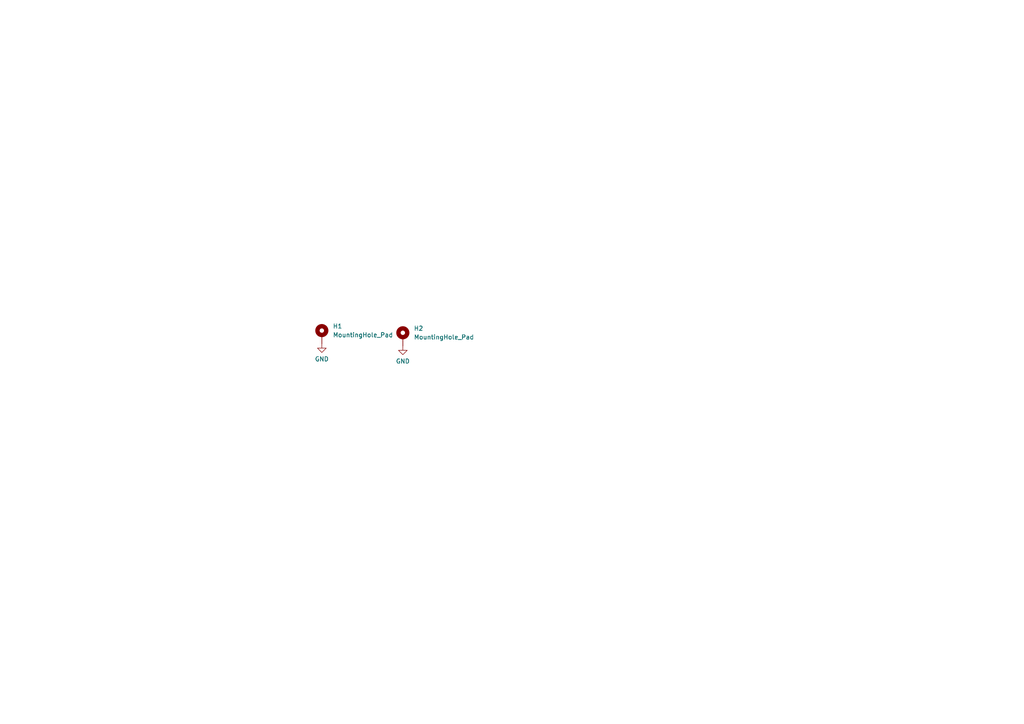
<source format=kicad_sch>
(kicad_sch (version 20230121) (generator eeschema)
  (paper "A4")
  (lib_symbols
    (symbol "Mechanical:MountingHole_Pad" (pin_numbers hide) (pin_names (offset 1.016) hide)
      (property "Reference" "H" (at 0 6.35 0))
      (property "Value" "MountingHole_Pad" (at 0 4.445 0))
      (symbol "MountingHole_Pad_0_1"
        (circle (center 0 1.27) (radius 1.27) (stroke (width 1.27)))
      )
      (symbol "MountingHole_Pad_1_1"
        (pin input line (at 0 -2.54 90) (length 2.54) (name "1") (number "1"))
      )
    )
    (symbol "power:GND" (power) (pin_names (offset 0))
      (property "Value" "GND" (at 0 -3.81 0))
      (symbol "GND_0_1"
        (polyline (pts (xy 0 0) (xy 0 -1.27) (xy 1.27 -1.27) (xy 0 -2.54) (xy -1.27 -1.27) (xy 0 -1.27)))
      )
      (symbol "GND_1_1"
        (pin power_in line (at 0 0 270) (length 0) hide (name "GND") (number "1"))
      )
    )
  )
  (symbol (lib_id "Mechanical:MountingHole_Pad") (at 116.84 97.79 0) (unit 1)
    (property "Reference" "H2" (at 120.015 95.25 0) (effects (justify left)))
    (property "Value" "MountingHole_Pad" (at 120.015 97.79 0) (effects (justify left)))
    (property "Footprint" "MountingHole:MountingHole_3.2mm_M3_Pad" (effects hide))
  )
  (symbol (lib_id "power:GND") (at 116.84 100.33 0) (unit 1)
    (property "Reference" "#PWR03" (effects hide))
    (property "Value" "GND" (at 116.84 104.775 0))
  )
  (symbol (lib_id "Mechanical:MountingHole_Pad") (at 93.345 97.155 0) (unit 1)
    (property "Reference" "H1" (at 96.52 94.615 0) (effects (justify left)))
    (property "Value" "MountingHole_Pad" (at 96.52 97.155 0) (effects (justify left)))
    (property "Footprint" "MountingHole:MountingHole_3.2mm_M3_Pad" (effects hide))
  )
  (symbol (lib_id "power:GND") (at 93.345 99.695 0) (unit 1)
    (property "Reference" "#PWR02" (effects hide))
    (property "Value" "GND" (at 93.345 104.14 0))
  )
)
</source>
